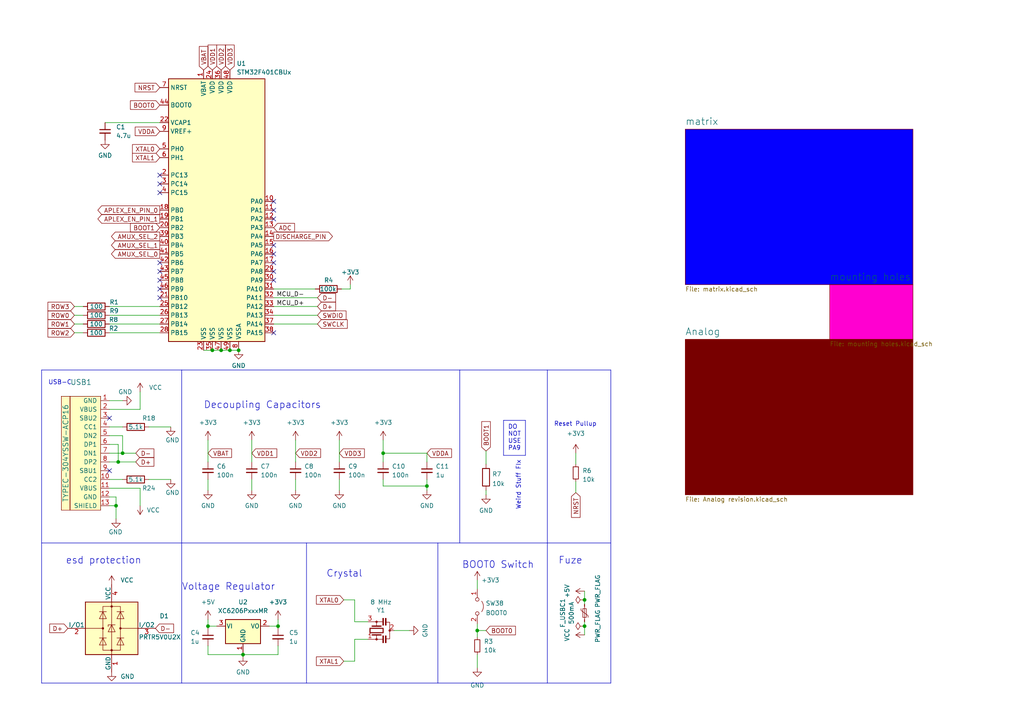
<source format=kicad_sch>
(kicad_sch (version 20230121) (generator eeschema)
  (paper "A4")
  (lib_symbols
    (symbol "Device:C_Small" (pin_numbers hide) (pin_names (offset 0.254) hide)
      (property "Reference" "C" (at 0.254 1.778 0))
      (property "Value" "C_Small" (at 0.254 -2.032 0))
      (symbol "C_Small_0_1"
        (polyline (pts (xy -1.524 -0.508) (xy 1.524 -0.508)) (stroke (width 0.3302)))
        (polyline (pts (xy -1.524 0.508) (xy 1.524 0.508)) (stroke (width 0.3048)))
      )
      (symbol "C_Small_1_1"
        (pin passive line (at 0 2.54 270) (length 2.032) (name "~") (number "1"))
        (pin passive line (at 0 -2.54 90) (length 2.032) (name "~") (number "2"))
      )
    )
    (symbol "Device:Polyfuse_Small" (pin_numbers hide) (pin_names (offset 0))
      (property "Reference" "F" (at -1.905 0 90))
      (property "Value" "Polyfuse_Small" (at 1.905 0 90))
      (symbol "Polyfuse_Small_0_1"
        (rectangle (start -0.508 1.27) (end 0.508 -1.27))
        (polyline (pts (xy 0 2.54) (xy 0 -2.54)))
        (polyline (pts (xy -1.016 1.27) (xy -1.016 0.762) (xy 1.016 -0.762) (xy 1.016 -1.27)))
      )
      (symbol "Polyfuse_Small_1_1"
        (pin passive line (at 0 2.54 270) (length 0.635) (name "~") (number "1"))
        (pin passive line (at 0 -2.54 90) (length 0.635) (name "~") (number "2"))
      )
    )
    (symbol "Device:R" (pin_numbers hide) (pin_names (offset 0))
      (property "Reference" "R" (at 2.032 0 90))
      (property "Value" "R" (at 0 0 90))
      (symbol "R_0_1"
        (rectangle (start -1.016 -2.54) (end 1.016 2.54) (stroke (width 0.254)))
      )
      (symbol "R_1_1"
        (pin passive line (at 0 3.81 270) (length 1.27) (name "~") (number "1"))
        (pin passive line (at 0 -3.81 90) (length 1.27) (name "~") (number "2"))
      )
    )
    (symbol "Device:R_Small" (pin_numbers hide) (pin_names (offset 0.254) hide)
      (property "Reference" "R" (at 0.762 0.508 0))
      (property "Value" "R_Small" (at 0.762 -1.016 0))
      (symbol "R_Small_0_1"
        (rectangle (start -0.762 1.778) (end 0.762 -1.778) (stroke (width 0.2032)))
      )
      (symbol "R_Small_1_1"
        (pin passive line (at 0 2.54 270) (length 0.762) (name "~") (number "1"))
        (pin passive line (at 0 -2.54 90) (length 0.762) (name "~") (number "2"))
      )
    )
    (symbol "Device:Resonator_Small" (pin_names (offset 1.016) hide)
      (property "Reference" "Y" (at 3.175 1.905 0))
      (property "Value" "Resonator_Small" (at 3.175 0 0))
      (symbol "Resonator_Small_0_1"
        (rectangle (start -3.556 -2.54) (end -1.524 -2.794) (fill (type outline)))
        (rectangle (start -3.556 -1.778) (end -1.524 -2.032) (fill (type outline)))
        (circle (center -2.54 0) (radius 0.254) (fill (type outline)))
        (rectangle (start -0.635 1.905) (end 0.635 -1.905) (stroke (width 0.3048)))
        (circle (center 0 -3.81) (radius 0.254) (fill (type outline)))
        (polyline (pts (xy -2.54 -1.778) (xy -2.54 0)))
        (polyline (pts (xy -2.54 0) (xy -1.397 0)))
        (polyline (pts (xy -2.54 1.27) (xy -2.54 0)))
        (polyline (pts (xy -1.27 -1.27) (xy -1.27 1.27)) (stroke (width 0.381)))
        (polyline (pts (xy 1.27 -1.27) (xy 1.27 1.27)) (stroke (width 0.381)))
        (polyline (pts (xy 1.27 0) (xy 2.54 0)))
        (polyline (pts (xy 2.54 0) (xy 2.54 -1.778)))
        (polyline (pts (xy 2.54 1.27) (xy 2.54 0)))
        (polyline (pts (xy 2.413 -2.794) (xy 2.413 -3.81) (xy -2.413 -3.81) (xy -2.413 -2.667)))
        (rectangle (start 1.524 -2.54) (end 3.556 -2.794) (fill (type outline)))
        (rectangle (start 1.524 -1.778) (end 3.556 -2.032) (fill (type outline)))
        (circle (center 2.54 0) (radius 0.254) (fill (type outline)))
      )
      (symbol "Resonator_Small_1_1"
        (pin passive line (at -2.54 2.54 270) (length 1.27) (name "1") (number "1"))
        (pin passive line (at 0 -5.08 90) (length 1.27) (name "2") (number "2"))
        (pin passive line (at 2.54 2.54 270) (length 1.27) (name "3") (number "3"))
      )
    )
    (symbol "Jumper:Jumper_2_Open" (pin_names (offset 0) hide)
      (property "Reference" "JP" (at 0 2.794 0))
      (property "Value" "Jumper_2_Open" (at 0 -2.286 0))
      (symbol "Jumper_2_Open_0_0"
        (circle (center -2.032 0) (radius 0.508))
        (circle (center 2.032 0) (radius 0.508))
      )
      (symbol "Jumper_2_Open_0_1"
        (arc (start 1.524 1.27) (mid 0 1.778) (end -1.524 1.27))
      )
      (symbol "Jumper_2_Open_1_1"
        (pin passive line (at -5.08 0 0) (length 2.54) (name "A") (number "1"))
        (pin passive line (at 5.08 0 180) (length 2.54) (name "B") (number "2"))
      )
    )
    (symbol "MCU_ST_STM32F4:STM32F401CBUx"
      (property "Reference" "U" (at -15.24 39.37 0))
      (property "Value" "STM32F401CBUx" (at 5.08 39.37 0))
      (symbol "STM32F401CBUx_0_1"
        (rectangle (start -15.24 -38.1) (end 12.7 38.1) (stroke (width 0.254)) (fill (type background)))
      )
      (symbol "STM32F401CBUx_1_1"
        (pin power_in line (at -5.08 40.64 270) (length 2.54) (name "VBAT") (number "1"))
        (pin bidirectional line (at 15.24 2.54 180) (length 2.54) (name "PA0") (number "10"))
        (pin bidirectional line (at 15.24 0 180) (length 2.54) (name "PA1") (number "11"))
        (pin bidirectional line (at 15.24 -2.54 180) (length 2.54) (name "PA2") (number "12"))
        (pin bidirectional line (at 15.24 -5.08 180) (length 2.54) (name "PA3") (number "13"))
        (pin bidirectional line (at 15.24 -7.62 180) (length 2.54) (name "PA4") (number "14"))
        (pin bidirectional line (at 15.24 -10.16 180) (length 2.54) (name "PA5") (number "15"))
        (pin bidirectional line (at 15.24 -12.7 180) (length 2.54) (name "PA6") (number "16"))
        (pin bidirectional line (at 15.24 -15.24 180) (length 2.54) (name "PA7") (number "17"))
        (pin bidirectional line (at -17.78 0 0) (length 2.54) (name "PB0") (number "18"))
        (pin bidirectional line (at -17.78 -2.54 0) (length 2.54) (name "PB1") (number "19"))
        (pin bidirectional line (at -17.78 10.16 0) (length 2.54) (name "PC13") (number "2"))
        (pin bidirectional line (at -17.78 -5.08 0) (length 2.54) (name "PB2") (number "20"))
        (pin bidirectional line (at -17.78 -25.4 0) (length 2.54) (name "PB10") (number "21"))
        (pin power_in line (at -17.78 25.4 0) (length 2.54) (name "VCAP1") (number "22"))
        (pin power_in line (at -5.08 -40.64 90) (length 2.54) (name "VSS") (number "23"))
        (pin power_in line (at -2.54 40.64 270) (length 2.54) (name "VDD") (number "24"))
        (pin bidirectional line (at -17.78 -27.94 0) (length 2.54) (name "PB12") (number "25"))
        (pin bidirectional line (at -17.78 -30.48 0) (length 2.54) (name "PB13") (number "26"))
        (pin bidirectional line (at -17.78 -33.02 0) (length 2.54) (name "PB14") (number "27"))
        (pin bidirectional line (at -17.78 -35.56 0) (length 2.54) (name "PB15") (number "28"))
        (pin bidirectional line (at 15.24 -17.78 180) (length 2.54) (name "PA8") (number "29"))
        (pin bidirectional line (at -17.78 7.62 0) (length 2.54) (name "PC14") (number "3"))
        (pin bidirectional line (at 15.24 -20.32 180) (length 2.54) (name "PA9") (number "30"))
        (pin bidirectional line (at 15.24 -22.86 180) (length 2.54) (name "PA10") (number "31"))
        (pin bidirectional line (at 15.24 -25.4 180) (length 2.54) (name "PA11") (number "32"))
        (pin bidirectional line (at 15.24 -27.94 180) (length 2.54) (name "PA12") (number "33"))
        (pin bidirectional line (at 15.24 -30.48 180) (length 2.54) (name "PA13") (number "34"))
        (pin power_in line (at -2.54 -40.64 90) (length 2.54) (name "VSS") (number "35"))
        (pin power_in line (at 0 40.64 270) (length 2.54) (name "VDD") (number "36"))
        (pin bidirectional line (at 15.24 -33.02 180) (length 2.54) (name "PA14") (number "37"))
        (pin bidirectional line (at 15.24 -35.56 180) (length 2.54) (name "PA15") (number "38"))
        (pin bidirectional line (at -17.78 -7.62 0) (length 2.54) (name "PB3") (number "39"))
        (pin bidirectional line (at -17.78 5.08 0) (length 2.54) (name "PC15") (number "4"))
        (pin bidirectional line (at -17.78 -10.16 0) (length 2.54) (name "PB4") (number "40"))
        (pin bidirectional line (at -17.78 -12.7 0) (length 2.54) (name "PB5") (number "41"))
        (pin bidirectional line (at -17.78 -15.24 0) (length 2.54) (name "PB6") (number "42"))
        (pin bidirectional line (at -17.78 -17.78 0) (length 2.54) (name "PB7") (number "43"))
        (pin input line (at -17.78 30.48 0) (length 2.54) (name "BOOT0") (number "44"))
        (pin bidirectional line (at -17.78 -20.32 0) (length 2.54) (name "PB8") (number "45"))
        (pin bidirectional line (at -17.78 -22.86 0) (length 2.54) (name "PB9") (number "46"))
        (pin power_in line (at 0 -40.64 90) (length 2.54) (name "VSS") (number "47"))
        (pin power_in line (at 2.54 40.64 270) (length 2.54) (name "VDD") (number "48"))
        (pin power_in line (at 2.54 -40.64 90) (length 2.54) (name "VSS") (number "49"))
        (pin input line (at -17.78 17.78 0) (length 2.54) (name "PH0") (number "5"))
        (pin input line (at -17.78 15.24 0) (length 2.54) (name "PH1") (number "6"))
        (pin input line (at -17.78 35.56 0) (length 2.54) (name "NRST") (number "7"))
        (pin power_in line (at 5.08 -40.64 90) (length 2.54) (name "VSSA") (number "8"))
        (pin power_in line (at -17.78 22.86 0) (length 2.54) (name "VREF+") (number "9"))
      )
    )
    (symbol "Power_Protection:PRTR5V0U2X" (pin_names (offset 0))
      (property "Reference" "D" (at 2.794 8.636 0))
      (property "Value" "PRTR5V0U2X" (at 8.128 -9.398 0))
      (symbol "PRTR5V0U2X_0_1"
        (rectangle (start -7.62 -7.62) (end 7.62 7.62) (stroke (width 0.254)) (fill (type background)))
        (circle (center -2.54 0) (radius 0.254) (fill (type outline)))
        (rectangle (start -2.54 6.35) (end 2.54 -6.35))
        (circle (center 0 -6.35) (radius 0.254) (fill (type outline)))
        (polyline (pts (xy -2.54 0) (xy -7.62 0)))
        (polyline (pts (xy -1.524 -2.794) (xy -3.556 -2.794)))
        (polyline (pts (xy -1.524 4.826) (xy -3.556 4.826)))
        (polyline (pts (xy 0 -7.62) (xy 0 7.62)))
        (polyline (pts (xy 1.524 -2.794) (xy 3.556 -2.794)))
        (polyline (pts (xy 1.524 4.826) (xy 3.556 4.826)))
        (polyline (pts (xy 2.54 0) (xy 7.62 0)))
        (polyline (pts (xy 1.016 1.016) (xy -1.016 1.016) (xy -1.016 0.508)))
        (polyline (pts (xy -3.556 -4.826) (xy -1.524 -4.826) (xy -2.54 -2.794) (xy -3.556 -4.826)))
        (polyline (pts (xy -3.556 2.794) (xy -1.524 2.794) (xy -2.54 4.826) (xy -3.556 2.794)))
        (polyline (pts (xy -1.016 -1.016) (xy 1.016 -1.016) (xy 0 1.016) (xy -1.016 -1.016)))
        (polyline (pts (xy 3.556 -4.826) (xy 1.524 -4.826) (xy 2.54 -2.794) (xy 3.556 -4.826)))
        (polyline (pts (xy 3.556 2.794) (xy 1.524 2.794) (xy 2.54 4.826) (xy 3.556 2.794)))
        (circle (center 0 6.35) (radius 0.254) (fill (type outline)))
        (circle (center 2.54 0) (radius 0.254) (fill (type outline)))
      )
      (symbol "PRTR5V0U2X_1_1"
        (pin passive line (at 0 -12.7 90) (length 5.08) (name "GND") (number "1"))
        (pin passive line (at -12.7 0 0) (length 5.08) (name "I/O1") (number "2"))
        (pin passive line (at 12.7 0 180) (length 5.08) (name "I/O2") (number "3"))
        (pin passive line (at 0 12.7 270) (length 5.08) (name "VCC") (number "4"))
      )
    )
    (symbol "Regulator_Linear:XC6206PxxxMR" (pin_names (offset 0.254))
      (property "Reference" "U" (at -3.81 3.175 0))
      (property "Value" "XC6206PxxxMR" (at 0 3.175 0))
      (symbol "XC6206PxxxMR_0_1"
        (rectangle (start -5.08 1.905) (end 5.08 -5.08) (stroke (width 0.254)) (fill (type background)))
      )
      (symbol "XC6206PxxxMR_1_1"
        (pin power_in line (at 0 -7.62 90) (length 2.54) (name "GND") (number "1"))
        (pin power_out line (at 7.62 0 180) (length 2.54) (name "VO") (number "2"))
        (pin power_in line (at -7.62 0 0) (length 2.54) (name "VI") (number "3"))
      )
    )
    (symbol "cipulot_parts:TYPEC-304YSSW-ACP16" (pin_names (offset 1.016))
      (property "Reference" "USB" (at -5.08 16.51 0))
      (property "Value" "TYPEC-304YSSW-ACP16" (at -10.16 -1.27 90))
      (symbol "TYPEC-304YSSW-ACP16_0_1"
        (rectangle (start -11.43 15.24) (end -8.89 -17.78) (fill (type background)))
        (rectangle (start 0 -17.78) (end -8.89 15.24) (fill (type background)))
      )
      (symbol "TYPEC-304YSSW-ACP16_1_1"
        (pin input line (at 2.54 13.97 180) (length 2.54) (name "GND") (number "1"))
        (pin input line (at 2.54 -8.89 180) (length 2.54) (name "CC2") (number "10"))
        (pin input line (at 2.54 -11.43 180) (length 2.54) (name "VBUS") (number "11"))
        (pin input line (at 2.54 -13.97 180) (length 2.54) (name "GND") (number "12"))
        (pin input line (at 2.54 -16.51 180) (length 2.54) (name "SHIELD") (number "13"))
        (pin input line (at 2.54 11.43 180) (length 2.54) (name "VBUS") (number "2"))
        (pin input line (at 2.54 8.89 180) (length 2.54) (name "SBU2") (number "3"))
        (pin input line (at 2.54 6.35 180) (length 2.54) (name "CC1") (number "4"))
        (pin input line (at 2.54 3.81 180) (length 2.54) (name "DN2") (number "5"))
        (pin input line (at 2.54 1.27 180) (length 2.54) (name "DP1") (number "6"))
        (pin input line (at 2.54 -1.27 180) (length 2.54) (name "DN1") (number "7"))
        (pin input line (at 2.54 -3.81 180) (length 2.54) (name "DP2") (number "8"))
        (pin input line (at 2.54 -6.35 180) (length 2.54) (name "SBU1") (number "9"))
      )
    )
    (symbol "power:+3.3V" (power) (pin_names (offset 0))
      (property "Value" "+3.3V" (at 0 3.556 0))
      (symbol "+3.3V_0_1"
        (polyline (pts (xy -0.762 1.27) (xy 0 2.54)))
        (polyline (pts (xy 0 0) (xy 0 2.54)))
        (polyline (pts (xy 0 2.54) (xy 0.762 1.27)))
      )
      (symbol "+3.3V_1_1"
        (pin power_in line (at 0 0 90) (length 0) hide (name "+3V3") (number "1"))
      )
    )
    (symbol "power:+3V3" (power) (pin_names (offset 0))
      (property "Value" "+3V3" (at 0 3.556 0))
      (symbol "+3V3_0_1"
        (polyline (pts (xy -0.762 1.27) (xy 0 2.54)))
        (polyline (pts (xy 0 0) (xy 0 2.54)))
        (polyline (pts (xy 0 2.54) (xy 0.762 1.27)))
      )
      (symbol "+3V3_1_1"
        (pin power_in line (at 0 0 90) (length 0) hide (name "+3V3") (number "1"))
      )
    )
    (symbol "power:+5V" (power) (pin_names (offset 0))
      (property "Value" "+5V" (at 0 3.556 0))
      (symbol "+5V_0_1"
        (polyline (pts (xy -0.762 1.27) (xy 0 2.54)))
        (polyline (pts (xy 0 0) (xy 0 2.54)))
        (polyline (pts (xy 0 2.54) (xy 0.762 1.27)))
      )
      (symbol "+5V_1_1"
        (pin power_in line (at 0 0 90) (length 0) hide (name "+5V") (number "1"))
      )
    )
    (symbol "power:GND" (power) (pin_names (offset 0))
      (property "Value" "GND" (at 0 -3.81 0))
      (symbol "GND_0_1"
        (polyline (pts (xy 0 0) (xy 0 -1.27) (xy 1.27 -1.27) (xy 0 -2.54) (xy -1.27 -1.27) (xy 0 -1.27)))
      )
      (symbol "GND_1_1"
        (pin power_in line (at 0 0 270) (length 0) hide (name "GND") (number "1"))
      )
    )
    (symbol "power:PWR_FLAG" (power) (pin_numbers hide) (pin_names (offset 0) hide)
      (property "Value" "PWR_FLAG" (at 0 3.81 0))
      (symbol "PWR_FLAG_0_0"
        (pin power_out line (at 0 0 90) (length 0) (name "pwr") (number "1"))
      )
      (symbol "PWR_FLAG_0_1"
        (polyline (pts (xy 0 0) (xy 0 1.27) (xy -1.016 1.905) (xy 0 2.54) (xy 1.016 1.905) (xy 0 1.27)))
      )
    )
    (symbol "power:VCC" (power) (pin_names (offset 0))
      (property "Value" "VCC" (at 0 3.81 0))
      (symbol "VCC_0_1"
        (polyline (pts (xy -0.762 1.27) (xy 0 2.54)))
        (polyline (pts (xy 0 0) (xy 0 2.54)))
        (polyline (pts (xy 0 2.54) (xy 0.762 1.27)))
      )
      (symbol "VCC_1_1"
        (pin power_in line (at 0 0 90) (length 0) hide (name "VCC") (number "1"))
      )
    )
  )
  (junction (at 169.545 173.99))
  (junction (at 64.135 101.6))
  (junction (at 111.125 131.445))
  (junction (at 66.675 101.6))
  (junction (at 34.29 133.985))
  (junction (at 60.325 181.61))
  (junction (at 169.545 181.61))
  (junction (at 33.655 146.685))
  (junction (at 61.595 101.6))
  (junction (at 138.43 182.88))
  (junction (at 35.56 131.445))
  (junction (at 70.485 189.865))
  (junction (at 69.215 101.6))
  (junction (at 80.645 181.61))
  (junction (at 123.825 140.97))
  (no_connect (at 79.375 96.52))
  (no_connect (at 79.375 58.42))
  (no_connect (at 79.375 60.96))
  (no_connect (at 46.355 76.2))
  (no_connect (at 46.355 50.8))
  (no_connect (at 46.355 53.34))
  (no_connect (at 46.355 55.88))
  (no_connect (at 79.375 78.74))
  (no_connect (at 46.355 81.28))
  (no_connect (at 79.375 81.28))
  (no_connect (at 79.375 76.2))
  (no_connect (at 46.355 83.82))
  (no_connect (at 79.375 71.12))
  (no_connect (at 79.375 63.5))
  (no_connect (at 31.75 136.525))
  (no_connect (at 79.375 73.66))
  (no_connect (at 46.355 86.36))
  (no_connect (at 46.355 78.74))
  (no_connect (at 31.75 121.285))
  (wire (pts (xy 70.485 189.23) (xy 70.485 189.865)))
  (polyline (pts (xy 146.05 132.08) (xy 152.4 132.08)))
  (wire (pts (xy 102.87 191.77) (xy 102.87 185.42)))
  (wire (pts (xy 70.485 189.865) (xy 70.485 190.5)))
  (wire (pts (xy 31.75 128.905) (xy 34.29 128.905)))
  (wire (pts (xy 21.59 91.44) (xy 24.13 91.44)))
  (wire (pts (xy 33.655 144.145) (xy 33.655 146.685)))
  (wire (pts (xy 102.87 185.42) (xy 106.68 185.42)))
  (wire (pts (xy 167.005 131.445) (xy 167.005 134.62)))
  (wire (pts (xy 31.75 88.9) (xy 46.355 88.9)))
  (wire (pts (xy 123.825 140.97) (xy 123.825 142.24)))
  (wire (pts (xy 79.375 91.44) (xy 92.075 91.44)))
  (polyline (pts (xy 177.165 198.12) (xy 12.065 198.12)))
  (polyline (pts (xy 133.35 107.315) (xy 133.35 157.48)))
  (wire (pts (xy 34.29 128.905) (xy 34.29 133.985)))
  (wire (pts (xy 169.545 181.61) (xy 169.545 180.34)))
  (polyline (pts (xy 12.065 157.48) (xy 177.165 157.48)))
  (wire (pts (xy 79.375 93.98) (xy 92.075 93.98)))
  (wire (pts (xy 40.64 118.745) (xy 40.64 113.665)))
  (wire (pts (xy 79.375 86.36) (xy 92.075 86.36)))
  (wire (pts (xy 31.75 141.605) (xy 40.64 141.605)))
  (wire (pts (xy 60.325 182.245) (xy 60.325 181.61)))
  (wire (pts (xy 111.125 140.97) (xy 123.825 140.97)))
  (wire (pts (xy 40.64 141.605) (xy 40.64 146.685)))
  (polyline (pts (xy 12.065 107.315) (xy 12.065 198.12)))
  (wire (pts (xy 78.105 181.61) (xy 80.645 181.61)))
  (wire (pts (xy 123.825 131.445) (xy 123.825 133.985)))
  (wire (pts (xy 91.44 83.82) (xy 79.375 83.82)))
  (wire (pts (xy 101.6 83.82) (xy 101.6 82.55)))
  (wire (pts (xy 66.675 101.6) (xy 69.215 101.6)))
  (wire (pts (xy 70.485 189.865) (xy 80.645 189.865)))
  (wire (pts (xy 31.75 96.52) (xy 46.355 96.52)))
  (wire (pts (xy 60.325 139.065) (xy 60.325 142.24)))
  (wire (pts (xy 31.75 123.825) (xy 35.56 123.825)))
  (wire (pts (xy 111.125 131.445) (xy 111.125 133.985)))
  (wire (pts (xy 31.75 91.44) (xy 46.355 91.44)))
  (wire (pts (xy 80.645 189.865) (xy 80.645 187.325)))
  (wire (pts (xy 85.725 127.635) (xy 85.725 133.985)))
  (wire (pts (xy 106.68 180.34) (xy 102.87 180.34)))
  (wire (pts (xy 73.025 127.635) (xy 73.025 133.985)))
  (wire (pts (xy 35.56 131.445) (xy 39.37 131.445)))
  (wire (pts (xy 140.97 130.81) (xy 140.97 134.62)))
  (polyline (pts (xy 52.705 107.315) (xy 52.705 198.12)))
  (wire (pts (xy 60.325 127.635) (xy 60.325 133.985)))
  (wire (pts (xy 31.75 131.445) (xy 35.56 131.445)))
  (wire (pts (xy 138.43 189.865) (xy 138.43 193.675)))
  (wire (pts (xy 43.18 123.825) (xy 49.53 123.825)))
  (wire (pts (xy 98.425 139.065) (xy 98.425 142.24)))
  (wire (pts (xy 99.695 173.99) (xy 102.87 173.99)))
  (wire (pts (xy 33.655 146.685) (xy 33.655 150.495)))
  (wire (pts (xy 31.75 118.745) (xy 40.64 118.745)))
  (wire (pts (xy 111.125 127.635) (xy 111.125 131.445)))
  (wire (pts (xy 80.645 181.61) (xy 80.645 179.705)))
  (wire (pts (xy 59.055 101.6) (xy 61.595 101.6)))
  (wire (pts (xy 99.695 191.77) (xy 102.87 191.77)))
  (wire (pts (xy 111.125 131.445) (xy 123.825 131.445)))
  (wire (pts (xy 138.43 180.975) (xy 138.43 182.88)))
  (wire (pts (xy 169.545 175.26) (xy 169.545 173.99)))
  (wire (pts (xy 21.59 88.9) (xy 24.13 88.9)))
  (polyline (pts (xy 158.75 157.48) (xy 158.75 198.12)))
  (wire (pts (xy 123.825 139.065) (xy 123.825 140.97)))
  (wire (pts (xy 61.595 101.6) (xy 64.135 101.6)))
  (wire (pts (xy 111.125 139.065) (xy 111.125 140.97)))
  (wire (pts (xy 31.75 126.365) (xy 35.56 126.365)))
  (wire (pts (xy 79.375 88.9) (xy 92.075 88.9)))
  (wire (pts (xy 31.75 116.205) (xy 35.56 116.205)))
  (wire (pts (xy 73.025 139.065) (xy 73.025 142.24)))
  (wire (pts (xy 31.75 139.065) (xy 35.56 139.065)))
  (wire (pts (xy 102.87 180.34) (xy 102.87 173.99)))
  (wire (pts (xy 60.325 189.865) (xy 60.325 187.325)))
  (wire (pts (xy 64.135 101.6) (xy 66.675 101.6)))
  (wire (pts (xy 21.59 93.98) (xy 24.13 93.98)))
  (wire (pts (xy 138.43 182.88) (xy 138.43 184.785)))
  (polyline (pts (xy 152.4 132.08) (xy 152.4 121.92)))
  (wire (pts (xy 98.425 127.635) (xy 98.425 133.985)))
  (wire (pts (xy 138.43 182.88) (xy 140.97 182.88)))
  (wire (pts (xy 99.06 83.82) (xy 101.6 83.82)))
  (wire (pts (xy 140.97 142.24) (xy 140.97 143.51)))
  (polyline (pts (xy 12.065 107.315) (xy 177.165 107.315)))
  (wire (pts (xy 31.75 144.145) (xy 33.655 144.145)))
  (wire (pts (xy 80.645 181.61) (xy 80.645 182.245)))
  (wire (pts (xy 169.545 173.99) (xy 169.545 171.45)))
  (wire (pts (xy 30.48 35.56) (xy 46.355 35.56)))
  (polyline (pts (xy 146.05 121.92) (xy 146.05 132.08)))
  (wire (pts (xy 46.355 93.98) (xy 31.75 93.98)))
  (wire (pts (xy 70.485 189.865) (xy 60.325 189.865)))
  (wire (pts (xy 21.59 96.52) (xy 24.13 96.52)))
  (polyline (pts (xy 158.75 107.315) (xy 158.75 157.48)))
  (wire (pts (xy 60.325 181.61) (xy 62.865 181.61)))
  (polyline (pts (xy 146.05 121.92) (xy 152.4 121.92)))
  (polyline (pts (xy 88.9 157.48) (xy 88.9 198.12)))
  (wire (pts (xy 33.655 146.685) (xy 31.75 146.685)))
  (wire (pts (xy 34.29 133.985) (xy 39.37 133.985)))
  (wire (pts (xy 169.545 184.15) (xy 169.545 181.61)))
  (wire (pts (xy 138.43 168.275) (xy 138.43 170.815)))
  (wire (pts (xy 43.18 139.065) (xy 49.53 139.065)))
  (wire (pts (xy 60.325 181.61) (xy 60.325 179.705)))
  (wire (pts (xy 167.005 139.7) (xy 167.005 142.875)))
  (wire (pts (xy 35.56 126.365) (xy 35.56 131.445)))
  (polyline (pts (xy 127 157.48) (xy 127 198.12)))
  (wire (pts (xy 85.725 139.065) (xy 85.725 142.24)))
  (wire (pts (xy 114.3 182.88) (xy 118.745 182.88)))
  (polyline (pts (xy 177.165 107.315) (xy 177.165 198.12)))
  (wire (pts (xy 31.75 133.985) (xy 34.29 133.985)))
  (text "Weird Stuff FIx" (at 151.13 147.955 90) (effects (font (size 1.27 1.27)) (justify left bottom)))
  (text "BOOT0 Switch" (at 133.985 165.1 0) (effects (font (size 2 2)) (justify left bottom)))
  (text "USB-C" (at 13.97 111.76 0) (effects (font (size 1.27 1.27)) (justify left bottom)))
  (text "Voltage Regulator" (at 52.705 171.45 0) (effects (font (size 2 2)) (justify left bottom)))
  (text "Reset Pullup" (at 160.655 123.825 0) (effects (font (size 1.27 1.27)) (justify left bottom)))
  (text "esd protection\n" (at 19.05 163.83 0) (effects (font (size 2 2)) (justify left bottom)))
  (text "DO\nNOT\nUSE\nPA9\n" (at 147.32 130.81 0) (effects (font (size 1.27 1.27)) (justify left bottom)))
  (text "Fuze\n" (at 161.925 163.83 0) (effects (font (size 2 2)) (justify left bottom)))
  (text "Crystal" (at 94.615 167.64 0) (effects (font (size 2 2)) (justify left bottom)))
  (text "Decoupling Capacitors" (at 59.055 118.745 0) (effects (font (size 2 2)) (justify left bottom)))
  (label "MCU_D-" (at 88.265 86.36 180))
  (label "MCU_D+" (at 88.265 88.9 180))
  (global_label "XTAL1" (shape input) (at 99.695 191.77 180) (property "Intersheetrefs" "${INTERSHEET_REFS}" (effects hide)))
  (global_label "VDDA" (shape input) (at 123.825 131.445 0) (property "Intersheetrefs" "${INTERSHEET_REFS}" (effects hide)))
  (global_label "VDD2" (shape input) (at 64.135 20.32 90) (property "Intersheetrefs" "${INTERSHEET_REFS}" (effects hide)))
  (global_label "ROW0" (shape input) (at 21.59 91.44 180) (property "Intersheetrefs" "${INTERSHEET_REFS}" (effects hide)))
  (global_label "DISCHARGE_PIN" (shape output) (at 79.375 68.58 0) (property "Intersheetrefs" "${INTERSHEET_REFS}" (effects hide)))
  (global_label "VBAT" (shape input) (at 59.055 20.32 90) (property "Intersheetrefs" "${INTERSHEET_REFS}" (effects hide)))
  (global_label "BOOT1" (shape input) (at 46.355 66.04 180) (property "Intersheetrefs" "${INTERSHEET_REFS}" (effects hide)))
  (global_label "ROW2" (shape input) (at 21.59 96.52 180) (property "Intersheetrefs" "${INTERSHEET_REFS}" (effects hide)))
  (global_label "NRST" (shape input) (at 46.355 25.4 180) (property "Intersheetrefs" "${INTERSHEET_REFS}" (effects hide)))
  (global_label "SWDIO" (shape input) (at 92.075 91.44 0) (property "Intersheetrefs" "${INTERSHEET_REFS}" (effects hide)))
  (global_label "ROW1" (shape input) (at 21.59 93.98 180) (property "Intersheetrefs" "${INTERSHEET_REFS}" (effects hide)))
  (global_label "D+" (shape input) (at 19.685 182.245 180) (property "Intersheetrefs" "${INTERSHEET_REFS}" (effects hide)))
  (global_label "NRST" (shape input) (at 167.005 142.875 270) (property "Intersheetrefs" "${INTERSHEET_REFS}" (effects hide)))
  (global_label "XTAL0" (shape input) (at 46.355 43.18 180) (property "Intersheetrefs" "${INTERSHEET_REFS}" (effects hide)))
  (global_label "APLEX_EN_PIN_0" (shape output) (at 46.355 60.96 180) (property "Intersheetrefs" "${INTERSHEET_REFS}" (effects hide)))
  (global_label "BOOT1" (shape input) (at 140.97 130.81 90) (property "Intersheetrefs" "${INTERSHEET_REFS}" (effects hide)))
  (global_label "AMUX_SEL_2" (shape output) (at 46.355 68.58 180) (property "Intersheetrefs" "${INTERSHEET_REFS}" (effects hide)))
  (global_label "VBAT" (shape input) (at 60.325 131.445 0) (property "Intersheetrefs" "${INTERSHEET_REFS}" (effects hide)))
  (global_label "D-" (shape input) (at 45.085 182.245 0) (property "Intersheetrefs" "${INTERSHEET_REFS}" (effects hide)))
  (global_label "APLEX_EN_PIN_1" (shape output) (at 46.355 63.5 180) (property "Intersheetrefs" "${INTERSHEET_REFS}" (effects hide)))
  (global_label "ROW3" (shape input) (at 21.59 88.9 180) (property "Intersheetrefs" "${INTERSHEET_REFS}" (effects hide)))
  (global_label "AMUX_SEL_0" (shape output) (at 46.355 73.66 180) (property "Intersheetrefs" "${INTERSHEET_REFS}" (effects hide)))
  (global_label "VDD1" (shape input) (at 73.025 131.445 0) (property "Intersheetrefs" "${INTERSHEET_REFS}" (effects hide)))
  (global_label "ADC" (shape input) (at 79.375 66.04 0) (property "Intersheetrefs" "${INTERSHEET_REFS}" (effects hide)))
  (global_label "XTAL1" (shape input) (at 46.355 45.72 180) (property "Intersheetrefs" "${INTERSHEET_REFS}" (effects hide)))
  (global_label "D+" (shape input) (at 92.075 88.9 0) (property "Intersheetrefs" "${INTERSHEET_REFS}" (effects hide)))
  (global_label "VDD2" (shape input) (at 85.725 131.445 0) (property "Intersheetrefs" "${INTERSHEET_REFS}" (effects hide)))
  (global_label "XTAL0" (shape input) (at 99.695 173.99 180) (property "Intersheetrefs" "${INTERSHEET_REFS}" (effects hide)))
  (global_label "VDD3" (shape input) (at 98.425 131.445 0) (property "Intersheetrefs" "${INTERSHEET_REFS}" (effects hide)))
  (global_label "SWCLK" (shape input) (at 92.075 93.98 0) (property "Intersheetrefs" "${INTERSHEET_REFS}" (effects hide)))
  (global_label "AMUX_SEL_1" (shape output) (at 46.355 71.12 180) (property "Intersheetrefs" "${INTERSHEET_REFS}" (effects hide)))
  (global_label "VDD1" (shape input) (at 61.595 20.32 90) (property "Intersheetrefs" "${INTERSHEET_REFS}" (effects hide)))
  (global_label "VDD3" (shape input) (at 66.675 20.32 90) (property "Intersheetrefs" "${INTERSHEET_REFS}" (effects hide)))
  (global_label "D-" (shape input) (at 39.37 131.445 0) (property "Intersheetrefs" "${INTERSHEET_REFS}" (effects hide)))
  (global_label "BOOT0" (shape input) (at 46.355 30.48 180) (property "Intersheetrefs" "${INTERSHEET_REFS}" (effects hide)))
  (global_label "D-" (shape input) (at 92.075 86.36 0) (property "Intersheetrefs" "${INTERSHEET_REFS}" (effects hide)))
  (global_label "D+" (shape input) (at 39.37 133.985 0) (property "Intersheetrefs" "${INTERSHEET_REFS}" (effects hide)))
  (global_label "VDDA" (shape input) (at 46.355 38.1 180) (property "Intersheetrefs" "${INTERSHEET_REFS}" (effects hide)))
  (global_label "BOOT0" (shape input) (at 140.97 182.88 0) (property "Intersheetrefs" "${INTERSHEET_REFS}" (effects hide)))
  (symbol (lib_id "power:GND") (at 118.745 182.88 90) (unit 1)
    (property "Reference" "#PWR0109" (effects hide))
    (property "Value" "GND" (at 123.3075 182.88 0))
  )
  (symbol (lib_id "Device:Resonator_Small") (at 109.22 182.88 90) (unit 1)
    (property "Reference" "Y1" (at 110.49 176.9618 90))
    (property "Value" "8 MHz" (at 110.49 174.6504 90))
    (property "Footprint" "Crystal:Resonator_SMD_Murata_CSTxExxV-3Pin_3.0x1.1mm" (effects hide))
    (property "LCSC" "C907975" (effects hide))
  )
  (symbol (lib_id "Device:R") (at 39.37 139.065 90) (unit 1)
    (property "Reference" "R24" (at 43.18 141.605 90))
    (property "Value" "5.1k" (at 39.37 139.065 90))
    (property "Footprint" "Resistor_SMD:R_0402_1005Metric" (effects hide))
    (property "LCSC" "C25905" (effects hide))
  )
  (symbol (lib_id "power:+5V") (at 60.325 179.705 0) (unit 1)
    (property "Reference" "#PWR0115" (effects hide))
    (property "Value" "+5V" (at 60.325 174.625 0))
  )
  (symbol (lib_id "power:GND") (at 123.825 142.24 0) (unit 1)
    (property "Reference" "#PWR0123" (effects hide))
    (property "Value" "GND" (at 123.825 146.685 0))
  )
  (symbol (lib_id "Device:C_Small") (at 123.825 136.525 0) (unit 1)
    (property "Reference" "C11" (at 126.365 135.2612 0) (effects (justify left)))
    (property "Value" "1u" (at 126.365 137.8012 0) (effects (justify left)))
    (property "Footprint" "Capacitor_SMD:C_0402_1005Metric" (effects hide))
  )
  (symbol (lib_id "Device:R") (at 95.25 83.82 90) (unit 1)
    (property "Reference" "R4" (at 93.98 81.28 90) (effects (justify right)))
    (property "Value" "100k" (at 92.71 83.82 90) (effects (justify right)))
    (property "Footprint" "Resistor_SMD:R_0402_1005Metric" (effects hide))
    (property "LCSC" "C25741" (effects hide))
  )
  (symbol (lib_id "power:GND") (at 30.48 40.64 0) (unit 1)
    (property "Reference" "#PWR0110" (effects hide))
    (property "Value" "GND" (at 30.48 45.085 0))
  )
  (symbol (lib_id "Device:R") (at 27.94 88.9 270) (unit 1)
    (property "Reference" "R1" (at 31.75 87.63 90) (effects (justify left)))
    (property "Value" "100" (at 26.035 88.9 90) (effects (justify left)))
    (property "Footprint" "Resistor_SMD:R_0402_1005Metric" (effects hide))
    (property "LCSC" "C25076" (effects hide))
  )
  (symbol (lib_id "power:GND") (at 35.56 116.205 90) (unit 1)
    (property "Reference" "#PWR0126" (effects hide))
    (property "Value" "GND" (at 34.29 113.665 90) (effects (justify right)))
  )
  (symbol (lib_id "Device:C_Small") (at 30.48 38.1 0) (unit 1)
    (property "Reference" "C1" (at 33.655 36.8362 0) (effects (justify left)))
    (property "Value" "4.7u" (at 33.655 39.3762 0) (effects (justify left)))
    (property "Footprint" "Capacitor_SMD:C_0402_1005Metric" (effects hide))
  )
  (symbol (lib_id "power:GND") (at 70.485 190.5 0) (unit 1)
    (property "Reference" "#PWR0111" (effects hide))
    (property "Value" "GND" (at 70.485 194.945 0))
  )
  (symbol (lib_id "power:GND") (at 140.97 143.51 0) (unit 1)
    (property "Reference" "#PWR0114" (effects hide))
    (property "Value" "GND" (at 140.97 148.0725 0))
  )
  (symbol (lib_id "power:+3V3") (at 138.43 168.275 0) (unit 1)
    (property "Reference" "#PWR01" (effects hide))
    (property "Value" "+3V3" (at 142.24 168.275 0))
  )
  (symbol (lib_id "power:GND") (at 98.425 142.24 0) (unit 1)
    (property "Reference" "#PWR0121" (effects hide))
    (property "Value" "GND" (at 98.425 146.685 0))
  )
  (symbol (lib_id "power:+3.3V") (at 101.6 82.55 0) (unit 1)
    (property "Reference" "#PWR0102" (effects hide))
    (property "Value" "+3.3V" (at 101.6 78.9455 0))
  )
  (symbol (lib_id "power:GND") (at 138.43 193.675 0) (unit 1)
    (property "Reference" "#PWR0105" (effects hide))
    (property "Value" "GND" (at 138.43 198.755 0))
  )
  (symbol (lib_id "power:VCC") (at 169.545 184.15 90) (unit 1)
    (property "Reference" "#PWR0108" (effects hide))
    (property "Value" "VCC" (at 164.465 184.15 0))
  )
  (symbol (lib_id "MCU_ST_STM32F4:STM32F401CBUx") (at 64.135 60.96 0) (unit 1)
    (property "Reference" "U1" (at 68.6309 18.415 0) (effects (justify left)))
    (property "Value" "STM32F401CBUx" (at 68.6309 20.955 0) (effects (justify left)))
    (property "Footprint" "Package_DFN_QFN:QFN-48-1EP_7x7mm_P0.5mm_EP5.6x5.6mm" (effects hide))
    (property "Datasheet" "http://www.st.com/st-web-ui/static/active/en/resource/technical/document/datasheet/DM00086815.pdf" (effects hide))
    (property "LCSC" "C118825" (effects hide))
  )
  (symbol (lib_id "Device:R_Small") (at 138.43 187.325 0) (unit 1)
    (property "Reference" "R3" (at 140.335 186.0549 0) (effects (justify left)))
    (property "Value" "10k" (at 140.335 188.5949 0) (effects (justify left)))
    (property "Footprint" "Resistor_SMD:R_0402_1005Metric" (effects hide))
  )
  (symbol (lib_id "Device:C_Small") (at 111.125 136.525 0) (unit 1)
    (property "Reference" "C10" (at 113.665 135.2612 0) (effects (justify left)))
    (property "Value" "100n" (at 113.665 137.8012 0) (effects (justify left)))
    (property "Footprint" "Capacitor_SMD:C_0402_1005Metric" (effects hide))
  )
  (symbol (lib_id "power:+3V3") (at 167.005 131.445 0) (unit 1)
    (property "Reference" "#PWR0103" (effects hide))
    (property "Value" "+3V3" (at 167.005 125.73 0))
  )
  (symbol (lib_id "power:VCC") (at 40.64 146.685 180) (unit 1)
    (property "Reference" "#PWR0151" (effects hide))
    (property "Value" "VCC" (at 42.545 147.9549 0) (effects (justify right)))
  )
  (symbol (lib_id "power:GND") (at 60.325 142.24 0) (unit 1)
    (property "Reference" "#PWR0112" (effects hide))
    (property "Value" "GND" (at 60.325 146.685 0))
  )
  (symbol (lib_id "Device:C_Small") (at 73.025 136.525 0) (unit 1)
    (property "Reference" "C7" (at 75.565 135.2612 0) (effects (justify left)))
    (property "Value" "100n" (at 75.565 137.8012 0) (effects (justify left)))
    (property "Footprint" "Capacitor_SMD:C_0402_1005Metric" (effects hide))
  )
  (symbol (lib_id "Jumper:Jumper_2_Open") (at 138.43 175.895 270) (unit 1)
    (property "Reference" "SW38" (at 140.843 174.9865 90) (effects (justify left)))
    (property "Value" "BOOT0" (at 140.843 177.7616 90) (effects (justify left)))
    (property "Footprint" "Button_Switch_SMD:SW_Push_SPST_NO_Alps_SKRK" (effects hide))
  )
  (symbol (lib_id "Power_Protection:PRTR5V0U2X") (at 32.385 182.245 0) (unit 1)
    (property "Reference" "D1" (at 47.625 178.6636 0))
    (property "Value" "PRTR5V0U2X" (at 46.355 184.785 0))
    (property "Footprint" "Package_TO_SOT_SMD:SOT-143" (effects hide))
    (property "Datasheet" "https://assets.nexperia.com/documents/data-sheet/PRTR5V0U2X.pdf" (effects hide))
  )
  (symbol (lib_id "power:VCC") (at 32.385 169.545 0) (unit 1)
    (property "Reference" "#PWR0106" (effects hide))
    (property "Value" "VCC" (at 34.925 168.2749 0) (effects (justify left)))
  )
  (symbol (lib_id "power:VCC") (at 40.64 113.665 0) (unit 1)
    (property "Reference" "#PWR0125" (effects hide))
    (property "Value" "VCC" (at 43.18 112.3949 0) (effects (justify left)))
  )
  (symbol (lib_id "Device:C_Small") (at 80.645 184.785 0) (unit 1)
    (property "Reference" "C5" (at 83.82 183.5212 0) (effects (justify left)))
    (property "Value" "1u" (at 83.82 186.0612 0) (effects (justify left)))
    (property "Footprint" "Capacitor_SMD:C_0402_1005Metric" (effects hide))
  )
  (symbol (lib_id "Regulator_Linear:XC6206PxxxMR") (at 70.485 181.61 0) (unit 1)
    (property "Reference" "U2" (at 70.485 174.625 0))
    (property "Value" "XC6206PxxxMR" (at 70.485 177.165 0))
    (property "Footprint" "Package_TO_SOT_SMD:SOT-23" (effects hide))
    (property "Datasheet" "https://www.torexsemi.com/file/xc6206/XC6206.pdf" (effects hide))
  )
  (symbol (lib_id "power:GND") (at 32.385 194.945 0) (unit 1)
    (property "Reference" "#PWR0107" (effects hide))
    (property "Value" "GND" (at 34.925 196.2149 0) (effects (justify left)))
  )
  (symbol (lib_id "Device:C_Small") (at 60.325 184.785 0) (unit 1)
    (property "Reference" "C4" (at 55.245 183.515 0) (effects (justify left)))
    (property "Value" "1u" (at 55.245 186.055 0) (effects (justify left)))
    (property "Footprint" "Capacitor_SMD:C_0402_1005Metric" (effects hide))
  )
  (symbol (lib_id "power:GND") (at 49.53 123.825 0) (unit 1)
    (property "Reference" "#PWR0127" (effects hide))
    (property "Value" "GND" (at 52.07 127.635 0) (effects (justify right)))
  )
  (symbol (lib_id "power:+5V") (at 169.545 171.45 90) (unit 1)
    (property "Reference" "#PWR0104" (effects hide))
    (property "Value" "+5V" (at 164.465 171.45 0))
  )
  (symbol (lib_id "Device:C_Small") (at 85.725 136.525 0) (unit 1)
    (property "Reference" "C8" (at 88.265 135.2612 0) (effects (justify left)))
    (property "Value" "100n" (at 88.265 137.8012 0) (effects (justify left)))
    (property "Footprint" "Capacitor_SMD:C_0402_1005Metric" (effects hide))
  )
  (symbol (lib_id "Device:Polyfuse_Small") (at 169.545 177.8 180) (unit 1)
    (property "Reference" "F_USBC1" (at 163.195 177.8 90))
    (property "Value" "500mA" (at 165.735 177.8 90))
    (property "Footprint" "Fuse:Fuse_1206_3216Metric" (effects hide))
  )
  (symbol (lib_id "power:+3V3") (at 98.425 127.635 0) (unit 1)
    (property "Reference" "#PWR0118" (effects hide))
    (property "Value" "+3V3" (at 98.425 122.555 0))
  )
  (symbol (lib_id "power:GND") (at 85.725 142.24 0) (unit 1)
    (property "Reference" "#PWR0122" (effects hide))
    (property "Value" "GND" (at 85.725 146.685 0))
  )
  (symbol (lib_id "Device:C_Small") (at 98.425 136.525 0) (unit 1)
    (property "Reference" "C9" (at 100.965 135.2612 0) (effects (justify left)))
    (property "Value" "100n" (at 100.965 137.8012 0) (effects (justify left)))
    (property "Footprint" "Capacitor_SMD:C_0402_1005Metric" (effects hide))
  )
  (symbol (lib_id "power:GND") (at 73.025 142.24 0) (unit 1)
    (property "Reference" "#PWR0124" (effects hide))
    (property "Value" "GND" (at 73.025 146.685 0))
  )
  (symbol (lib_id "Device:R") (at 140.97 138.43 180) (unit 1)
    (property "Reference" "R7" (at 142.748 137.5215 0) (effects (justify right)))
    (property "Value" "10k" (at 142.748 140.2966 0) (effects (justify right)))
    (property "Footprint" "Resistor_SMD:R_0402_1005Metric" (effects hide))
    (property "LCSC" "C25744" (effects hide))
  )
  (symbol (lib_id "Device:R") (at 27.94 96.52 90) (unit 1)
    (property "Reference" "R2" (at 34.29 95.25 90) (effects (justify left)))
    (property "Value" "100" (at 29.845 96.52 90) (effects (justify left)))
    (property "Footprint" "Resistor_SMD:R_0402_1005Metric" (effects hide))
    (property "LCSC" "C25076" (effects hide))
  )
  (symbol (lib_id "power:GND") (at 69.215 101.6 0) (unit 1)
    (property "Reference" "#PWR0101" (effects hide))
    (property "Value" "GND" (at 69.215 106.045 0))
  )
  (symbol (lib_id "power:PWR_FLAG") (at 169.545 173.99 90) (unit 1)
    (property "Reference" "#FLG0101" (effects hide))
    (property "Value" "PWR_FLAG" (at 173.355 171.45 0))
  )
  (symbol (lib_id "power:+3V3") (at 60.325 127.635 0) (unit 1)
    (property "Reference" "#PWR0113" (effects hide))
    (property "Value" "+3V3" (at 60.325 122.555 0))
  )
  (symbol (lib_id "cipulot_parts:TYPEC-304YSSW-ACP16") (at 29.21 130.175 0) (unit 1)
    (property "Reference" "USB1" (at 23.495 110.8509 0) (effects (font (size 1.524 1.524))))
    (property "Value" "TYPEC-304YSSW-ACP16" (at 19.05 131.445 90) (effects (font (size 1.524 1.524))))
    (property "Footprint" "cipulot_parts:TYPEC-304YSSW-ACP16" (effects hide))
    (property "LCSC" "C2840392" (effects hide))
  )
  (symbol (lib_id "Device:C_Small") (at 60.325 136.525 0) (unit 1)
    (property "Reference" "C6" (at 62.865 135.2612 0) (effects (justify left)))
    (property "Value" "100n" (at 62.865 137.8012 0) (effects (justify left)))
    (property "Footprint" "Capacitor_SMD:C_0402_1005Metric" (effects hide))
  )
  (symbol (lib_id "Device:R") (at 39.37 123.825 270) (unit 1)
    (property "Reference" "R18" (at 43.18 121.285 90))
    (property "Value" "5.1k" (at 39.37 123.825 90))
    (property "Footprint" "Resistor_SMD:R_0402_1005Metric" (effects hide))
    (property "LCSC" "C25905" (effects hide))
  )
  (symbol (lib_id "Device:R_Small") (at 167.005 137.16 0) (unit 1)
    (property "Reference" "R6" (at 168.91 136.525 0) (effects (justify left)))
    (property "Value" "10k" (at 168.91 139.065 0) (effects (justify left)))
    (property "Footprint" "Resistor_SMD:R_0402_1005Metric" (effects hide))
  )
  (symbol (lib_id "power:+3V3") (at 73.025 127.635 0) (unit 1)
    (property "Reference" "#PWR0117" (effects hide))
    (property "Value" "+3V3" (at 73.025 122.555 0))
  )
  (symbol (lib_id "power:GND") (at 33.655 150.495 0) (unit 1)
    (property "Reference" "#PWR0150" (effects hide))
    (property "Value" "GND" (at 35.56 154.305 0) (effects (justify right)))
  )
  (symbol (lib_id "Device:R") (at 27.94 91.44 270) (unit 1)
    (property "Reference" "R9" (at 31.75 90.17 90) (effects (justify left)))
    (property "Value" "100" (at 26.035 91.44 90) (effects (justify left)))
    (property "Footprint" "Resistor_SMD:R_0402_1005Metric" (effects hide))
    (property "LCSC" "C25076" (effects hide))
  )
  (symbol (lib_id "power:+3V3") (at 111.125 127.635 0) (unit 1)
    (property "Reference" "#PWR0120" (effects hide))
    (property "Value" "+3V3" (at 111.125 122.555 0))
  )
  (symbol (lib_id "power:PWR_FLAG") (at 169.545 181.61 90) (unit 1)
    (property "Reference" "#FLG0102" (effects hide))
    (property "Value" "PWR_FLAG" (at 173.355 181.61 0))
  )
  (symbol (lib_id "power:+3V3") (at 85.725 127.635 0) (unit 1)
    (property "Reference" "#PWR0119" (effects hide))
    (property "Value" "+3V3" (at 85.725 122.555 0))
  )
  (symbol (lib_id "power:GND") (at 49.53 139.065 0) (unit 1)
    (property "Reference" "#PWR0149" (effects hide))
    (property "Value" "GND" (at 52.07 142.875 0) (effects (justify right)))
  )
  (symbol (lib_id "power:+3V3") (at 80.645 179.705 0) (unit 1)
    (property "Reference" "#PWR0116" (effects hide))
    (property "Value" "+3V3" (at 80.645 174.625 0))
  )
  (symbol (lib_id "Device:R") (at 27.94 93.98 90) (unit 1)
    (property "Reference" "R8" (at 34.29 92.71 90) (effects (justify left)))
    (property "Value" "100" (at 29.845 93.98 90) (effects (justify left)))
    (property "Footprint" "Resistor_SMD:R_0402_1005Metric" (effects hide))
    (property "LCSC" "C25076" (effects hide))
  )
  (sheet (at 198.755 98.425) (size 66.04 45.085) (stroke (width 0.1524)) (fill (color 120 0 0 1.0000))
    (property "Sheetname" "Analog" (at 198.755 97.3484 0) (effects (font (size 2 2)) (justify left bottom)))
    (property "Sheetfile" "Analog revision.kicad_sch" (at 198.755 144.0946 0) (effects (justify left top)))
  )
  (sheet (at 240.665 82.55) (size 24.13 15.875) (stroke (width 0.1524)) (fill (color 255 0 208 1.0000))
    (property "Sheetname" "mounting holes" (at 240.665 81.4734 0) (effects (font (size 2 2)) (justify left bottom)))
    (property "Sheetfile" "mounting holes.kicad_sch" (at 240.665 99.0096 0) (effects (justify left top)))
  )
  (sheet (at 198.755 37.465) (size 66.04 45.085) (stroke (width 0.1524)) (fill (color 5 0 255 1.0000))
    (property "Sheetname" "matrix" (at 198.755 36.3884 0) (effects (font (size 2 2)) (justify left bottom)))
    (property "Sheetfile" "matrix.kicad_sch" (at 198.755 83.1346 0) (effects (justify left top)))
  )
)
</source>
